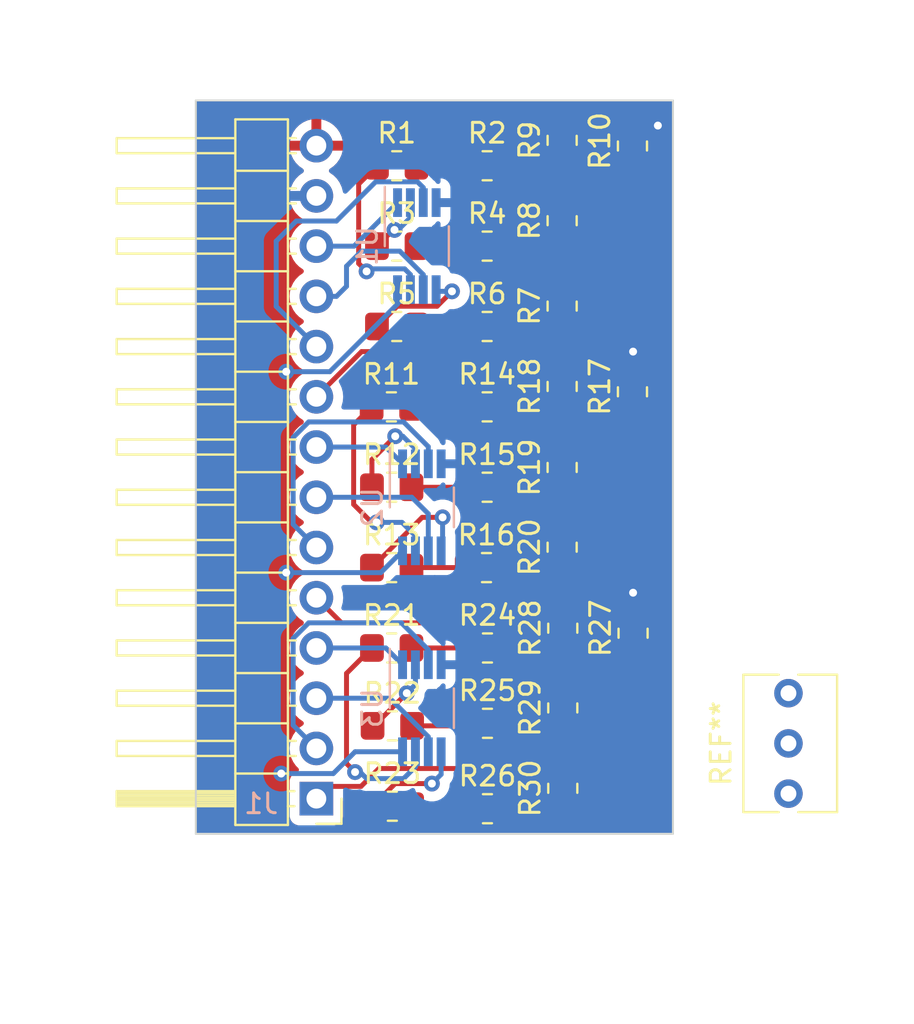
<source format=kicad_pcb>
(kicad_pcb (version 20221018) (generator pcbnew)
  (layers (0 "F.Cu" signal) (31 "B.Cu" signal) (34 "B.Paste" user) (35 "F.Paste" user) (36 "B.SilkS" user "B.Silkscreen") (37 "F.SilkS" user "F.Silkscreen") (38 "B.Mask" user) (39 "F.Mask" user) (44 "Edge.Cuts" user))
  (net 0 "")
  (net 1 "/Blue")
  (net 2 "/B2")
  (net 3 "/B1")
  (net 4 "/B0")
  (net 5 "/Green")
  (net 6 "/G2")
  (net 7 "/G1")
  (net 8 "/G0")
  (net 9 "/Red")
  (net 10 "/R2")
  (net 11 "/R1")
  (net 12 "/R0")
  (net 13 "GND")
  (net 14 "VCC")
  (net 15 "Net-(R1-Pad1)")
  (net 16 "Net-(R1-Pad2)")
  (net 17 "Net-(R2-Pad2)")
  (net 18 "Net-(R3-Pad1)")
  (net 19 "Net-(R3-Pad2)")
  (net 20 "Net-(R4-Pad2)")
  (net 21 "Net-(R5-Pad1)")
  (net 22 "Net-(R5-Pad2)")
  (net 23 "Net-(R10-Pad1)")
  (net 24 "Net-(R11-Pad1)")
  (net 25 "Net-(R11-Pad2)")
  (net 26 "Net-(R12-Pad1)")
  (net 27 "Net-(R12-Pad2)")
  (net 28 "Net-(R13-Pad1)")
  (net 29 "Net-(R13-Pad2)")
  (net 30 "Net-(R14-Pad2)")
  (net 31 "Net-(R15-Pad2)")
  (net 32 "Net-(R17-Pad1)")
  (net 33 "Net-(R21-Pad1)")
  (net 34 "Net-(R21-Pad2)")
  (net 35 "Net-(R22-Pad1)")
  (net 36 "Net-(R22-Pad2)")
  (net 37 "Net-(R23-Pad1)")
  (net 38 "Net-(R23-Pad2)")
  (net 39 "Net-(R24-Pad2)")
  (net 40 "Net-(R25-Pad2)")
  (net 41 "Net-(R27-Pad1)")
  (footprint "Resistor_SMD:R_0805_2012Metric_Pad1.20x1.40mm_HandSolder" (layer "F.Cu") (at 138.192 113.03)
    (fp_text reference "R25" (at 0 -1.65) (layer "F.SilkS"))
    (fp_text value "R")
    (fp_line (start -0.227064 -0.735) (end 0.227064 -0.735) (stroke (width 0.12)) (layer "F.SilkS"))
    (fp_line (start -0.227064 0.735) (end 0.227064 0.735) (stroke (width 0.12)) (layer "F.SilkS"))
    (pad "1" smd roundrect (at -1 0) (size 1.2 1.4) (layers "F.Cu" "F.Paste" "F.Mask") (roundrect_rratio 0.208333) (net 36 "Net-(R22-Pad2)"))
    (pad "2" smd roundrect (at 1 0) (size 1.2 1.4) (layers "F.Cu" "F.Paste" "F.Mask") (roundrect_rratio 0.208333) (net 40 "Net-(R25-Pad2)"))
  )
  (footprint "Resistor_SMD:R_0805_2012Metric_Pad1.20x1.40mm_HandSolder" (layer "F.Cu") (at 138.176 97.028)
    (fp_text reference "R14" (at 0 -1.65) (layer "F.SilkS"))
    (fp_text value "R")
    (fp_line (start -0.227064 -0.735) (end 0.227064 -0.735) (stroke (width 0.12)) (layer "F.SilkS"))
    (fp_line (start -0.227064 0.735) (end 0.227064 0.735) (stroke (width 0.12)) (layer "F.SilkS"))
    (pad "1" smd roundrect (at -1 0) (size 1.2 1.4) (layers "F.Cu" "F.Paste" "F.Mask") (roundrect_rratio 0.208333) (net 25 "Net-(R11-Pad2)"))
    (pad "2" smd roundrect (at 1 0) (size 1.2 1.4) (layers "F.Cu" "F.Paste" "F.Mask") (roundrect_rratio 0.208333) (net 30 "Net-(R14-Pad2)"))
  )
  (footprint "Resistor_SMD:R_0805_2012Metric_Pad1.20x1.40mm_HandSolder" (layer "F.Cu") (at 138.144 105.156)
    (fp_text reference "R16" (at 0 -1.65) (layer "F.SilkS"))
    (fp_text value "R")
    (fp_line (start -0.227064 -0.735) (end 0.227064 -0.735) (stroke (width 0.12)) (layer "F.SilkS"))
    (fp_line (start -0.227064 0.735) (end 0.227064 0.735) (stroke (width 0.12)) (layer "F.SilkS"))
    (pad "1" smd roundrect (at -1 0) (size 1.2 1.4) (layers "F.Cu" "F.Paste" "F.Mask") (roundrect_rratio 0.208333) (net 29 "Net-(R13-Pad2)"))
    (pad "2" smd roundrect (at 1 0) (size 1.2 1.4) (layers "F.Cu" "F.Paste" "F.Mask") (roundrect_rratio 0.208333) (net 5 "/Green"))
  )
  (footprint "Resistor_SMD:R_0805_2012Metric_Pad1.20x1.40mm_HandSolder" (layer "F.Cu") (at 142.002 116.316 90)
    (fp_text reference "R30" (at 0 -1.65 90) (layer "F.SilkS"))
    (fp_text value "R")
    (fp_line (start -0.227064 -0.735) (end 0.227064 -0.735) (stroke (width 0.12)) (layer "F.SilkS"))
    (fp_line (start -0.227064 0.735) (end 0.227064 0.735) (stroke (width 0.12)) (layer "F.SilkS"))
    (pad "1" smd roundrect (at -1 0 90) (size 1.2 1.4) (layers "F.Cu" "F.Paste" "F.Mask") (roundrect_rratio 0.208333) (net 1 "/Blue"))
    (pad "2" smd roundrect (at 1 0 90) (size 1.2 1.4) (layers "F.Cu" "F.Paste" "F.Mask") (roundrect_rratio 0.208333) (net 40 "Net-(R25-Pad2)"))
  )
  (footprint "Resistor_SMD:R_0805_2012Metric_Pad1.20x1.40mm_HandSolder" (layer "F.Cu") (at 133.604 84.836)
    (fp_text reference "R1" (at 0 -1.65) (layer "F.SilkS"))
    (fp_text value "R")
    (fp_line (start -0.227064 -0.735) (end 0.227064 -0.735) (stroke (width 0.12)) (layer "F.SilkS"))
    (fp_line (start -0.227064 0.735) (end 0.227064 0.735) (stroke (width 0.12)) (layer "F.SilkS"))
    (pad "1" smd roundrect (at -1 0) (size 1.2 1.4) (layers "F.Cu" "F.Paste" "F.Mask") (roundrect_rratio 0.208333) (net 15 "Net-(R1-Pad1)"))
    (pad "2" smd roundrect (at 1 0) (size 1.2 1.4) (layers "F.Cu" "F.Paste" "F.Mask") (roundrect_rratio 0.208333) (net 16 "Net-(R1-Pad2)"))
  )
  (footprint "Resistor_SMD:R_0805_2012Metric_Pad1.20x1.40mm_HandSolder" (layer "F.Cu") (at 138.176 84.836)
    (fp_text reference "R2" (at 0 -1.65) (layer "F.SilkS"))
    (fp_text value "R")
    (fp_line (start -0.227064 -0.735) (end 0.227064 -0.735) (stroke (width 0.12)) (layer "F.SilkS"))
    (fp_line (start -0.227064 0.735) (end 0.227064 0.735) (stroke (width 0.12)) (layer "F.SilkS"))
    (pad "1" smd roundrect (at -1 0) (size 1.2 1.4) (layers "F.Cu" "F.Paste" "F.Mask") (roundrect_rratio 0.208333) (net 16 "Net-(R1-Pad2)"))
    (pad "2" smd roundrect (at 1 0) (size 1.2 1.4) (layers "F.Cu" "F.Paste" "F.Mask") (roundrect_rratio 0.208333) (net 17 "Net-(R2-Pad2)"))
  )
  (footprint "Potentiometer_THT:Potentiometer_Bourns_3266Y_Vertical" (layer "F.Cu") (at 153.416 111.506 90)
    (fp_text reference "REF**" (at -2.54 -3.41 90) (layer "F.SilkS"))
    (fp_text value "Potentiometer_Bourns_3266Y_Vertical")
    (fp_line (start -6.015 -2.28) (end -6.015 -0.494) (stroke (width 0.12)) (layer "F.SilkS"))
    (fp_line (start -6.015 -2.28) (end 0.935 -2.28) (stroke (width 0.12)) (layer "F.SilkS"))
    (fp_line (start -6.015 0.496) (end -6.015 2.46) (stroke (width 0.12)) (layer "F.SilkS"))
    (fp_line (start -6.015 2.46) (end 0.935 2.46) (stroke (width 0.12)) (layer "F.SilkS"))
    (fp_line (start 0.935 -2.28) (end 0.935 -0.494) (stroke (width 0.12)) (layer "F.SilkS"))
    (fp_line (start 0.935 0.496) (end 0.935 2.46) (stroke (width 0.12)) (layer "F.SilkS"))
    (pad "1" thru_hole circle (at 0 0 90) (size 1.44 1.44) (drill 0.8) (layers "*.Cu" "*.Mask"))
    (pad "2" thru_hole circle (at -2.54 0 90) (size 1.44 1.44) (drill 0.8) (layers "*.Cu" "*.Mask"))
    (pad "3" thru_hole circle (at -5.08 0 90) (size 1.44 1.44) (drill 0.8) (layers "*.Cu" "*.Mask"))
  )
  (footprint "Resistor_SMD:R_0805_2012Metric_Pad1.20x1.40mm_HandSolder" (layer "F.Cu") (at 133.604 88.9)
    (fp_text reference "R3" (at 0 -1.65) (layer "F.SilkS"))
    (fp_text value "R")
    (fp_line (start -0.227064 -0.735) (end 0.227064 -0.735) (stroke (width 0.12)) (layer "F.SilkS"))
    (fp_line (start -0.227064 0.735) (end 0.227064 0.735) (stroke (width 0.12)) (layer "F.SilkS"))
    (pad "1" smd roundrect (at -1 0) (size 1.2 1.4) (layers "F.Cu" "F.Paste" "F.Mask") (roundrect_rratio 0.208333) (net 18 "Net-(R3-Pad1)"))
    (pad "2" smd roundrect (at 1 0) (size 1.2 1.4) (layers "F.Cu" "F.Paste" "F.Mask") (roundrect_rratio 0.208333) (net 19 "Net-(R3-Pad2)"))
  )
  (footprint "Resistor_SMD:R_0805_2012Metric_Pad1.20x1.40mm_HandSolder" (layer "F.Cu") (at 142.002 112.252 90)
    (fp_text reference "R29" (at 0 -1.65 90) (layer "F.SilkS"))
    (fp_text value "R")
    (fp_line (start -0.227064 -0.735) (end 0.227064 -0.735) (stroke (width 0.12)) (layer "F.SilkS"))
    (fp_line (start -0.227064 0.735) (end 0.227064 0.735) (stroke (width 0.12)) (layer "F.SilkS"))
    (pad "1" smd roundrect (at -1 0 90) (size 1.2 1.4) (layers "F.Cu" "F.Paste" "F.Mask") (roundrect_rratio 0.208333) (net 40 "Net-(R25-Pad2)"))
    (pad "2" smd roundrect (at 1 0 90) (size 1.2 1.4) (layers "F.Cu" "F.Paste" "F.Mask") (roundrect_rratio 0.208333) (net 39 "Net-(R24-Pad2)"))
  )
  (footprint "Resistor_SMD:R_0805_2012Metric_Pad1.20x1.40mm_HandSolder" (layer "F.Cu") (at 133.382 113.158)
    (fp_text reference "R22" (at 0 -1.65) (layer "F.SilkS"))
    (fp_text value "R")
    (fp_line (start -0.227064 -0.735) (end 0.227064 -0.735) (stroke (width 0.12)) (layer "F.SilkS"))
    (fp_line (start -0.227064 0.735) (end 0.227064 0.735) (stroke (width 0.12)) (layer "F.SilkS"))
    (pad "1" smd roundrect (at -1 0) (size 1.2 1.4) (layers "F.Cu" "F.Paste" "F.Mask") (roundrect_rratio 0.208333) (net 35 "Net-(R22-Pad1)"))
    (pad "2" smd roundrect (at 1 0) (size 1.2 1.4) (layers "F.Cu" "F.Paste" "F.Mask") (roundrect_rratio 0.208333) (net 36 "Net-(R22-Pad2)"))
  )
  (footprint "Resistor_SMD:R_0805_2012Metric_Pad1.20x1.40mm_HandSolder" (layer "F.Cu") (at 141.97 100.092 90)
    (fp_text reference "R19" (at 0 -1.65 90) (layer "F.SilkS"))
    (fp_text value "R")
    (fp_line (start -0.227064 -0.735) (end 0.227064 -0.735) (stroke (width 0.12)) (layer "F.SilkS"))
    (fp_line (start -0.227064 0.735) (end 0.227064 0.735) (stroke (width 0.12)) (layer "F.SilkS"))
    (pad "1" smd roundrect (at -1 0 90) (size 1.2 1.4) (layers "F.Cu" "F.Paste" "F.Mask") (roundrect_rratio 0.208333) (net 31 "Net-(R15-Pad2)"))
    (pad "2" smd roundrect (at 1 0 90) (size 1.2 1.4) (layers "F.Cu" "F.Paste" "F.Mask") (roundrect_rratio 0.208333) (net 30 "Net-(R14-Pad2)"))
  )
  (footprint "Resistor_SMD:R_0805_2012Metric_Pad1.20x1.40mm_HandSolder" (layer "F.Cu") (at 133.35 105.156)
    (fp_text reference "R13" (at 0 -1.65) (layer "F.SilkS"))
    (fp_text value "R")
    (fp_line (start -0.227064 -0.735) (end 0.227064 -0.735) (stroke (width 0.12)) (layer "F.SilkS"))
    (fp_line (start -0.227064 0.735) (end 0.227064 0.735) (stroke (width 0.12)) (layer "F.SilkS"))
    (pad "1" smd roundrect (at -1 0) (size 1.2 1.4) (layers "F.Cu" "F.Paste" "F.Mask") (roundrect_rratio 0.208333) (net 28 "Net-(R13-Pad1)"))
    (pad "2" smd roundrect (at 1 0) (size 1.2 1.4) (layers "F.Cu" "F.Paste" "F.Mask") (roundrect_rratio 0.208333) (net 29 "Net-(R13-Pad2)"))
  )
  (footprint "Resistor_SMD:R_0805_2012Metric_Pad1.20x1.40mm_HandSolder" (layer "F.Cu") (at 138.176 101.092)
    (fp_text reference "R15" (at 0 -1.65) (layer "F.SilkS"))
    (fp_text value "R")
    (fp_line (start -0.227064 -0.735) (end 0.227064 -0.735) (stroke (width 0.12)) (layer "F.SilkS"))
    (fp_line (start -0.227064 0.735) (end 0.227064 0.735) (stroke (width 0.12)) (layer "F.SilkS"))
    (pad "1" smd roundrect (at -1 0) (size 1.2 1.4) (layers "F.Cu" "F.Paste" "F.Mask") (roundrect_rratio 0.208333) (net 27 "Net-(R12-Pad2)"))
    (pad "2" smd roundrect (at 1 0) (size 1.2 1.4) (layers "F.Cu" "F.Paste" "F.Mask") (roundrect_rratio 0.208333) (net 31 "Net-(R15-Pad2)"))
  )
  (footprint "Resistor_SMD:R_0805_2012Metric_Pad1.20x1.40mm_HandSolder" (layer "F.Cu") (at 142.002 108.22 90)
    (fp_text reference "R28" (at 0 -1.65 90) (layer "F.SilkS"))
    (fp_text value "R")
    (fp_line (start -0.227064 -0.735) (end 0.227064 -0.735) (stroke (width 0.12)) (layer "F.SilkS"))
    (fp_line (start -0.227064 0.735) (end 0.227064 0.735) (stroke (width 0.12)) (layer "F.SilkS"))
    (pad "1" smd roundrect (at -1 0 90) (size 1.2 1.4) (layers "F.Cu" "F.Paste" "F.Mask") (roundrect_rratio 0.208333) (net 39 "Net-(R24-Pad2)"))
    (pad "2" smd roundrect (at 1 0 90) (size 1.2 1.4) (layers "F.Cu" "F.Paste" "F.Mask") (roundrect_rratio 0.208333) (net 41 "Net-(R27-Pad1)"))
  )
  (footprint "Resistor_SMD:R_0805_2012Metric_Pad1.20x1.40mm_HandSolder" (layer "F.Cu") (at 138.192 109.22)
    (fp_text reference "R24" (at 0 -1.65) (layer "F.SilkS"))
    (fp_text value "R")
    (fp_line (start -0.227064 -0.735) (end 0.227064 -0.735) (stroke (width 0.12)) (layer "F.SilkS"))
    (fp_line (start -0.227064 0.735) (end 0.227064 0.735) (stroke (width 0.12)) (layer "F.SilkS"))
    (pad "1" smd roundrect (at -1 0) (size 1.2 1.4) (layers "F.Cu" "F.Paste" "F.Mask") (roundrect_rratio 0.208333) (net 34 "Net-(R21-Pad2)"))
    (pad "2" smd roundrect (at 1 0) (size 1.2 1.4) (layers "F.Cu" "F.Paste" "F.Mask") (roundrect_rratio 0.208333) (net 39 "Net-(R24-Pad2)"))
  )
  (footprint "Resistor_SMD:R_0805_2012Metric_Pad1.20x1.40mm_HandSolder" (layer "F.Cu") (at 141.97 104.124 90)
    (fp_text reference "R20" (at 0 -1.65 90) (layer "F.SilkS"))
    (fp_text value "R")
    (fp_line (start -0.227064 -0.735) (end 0.227064 -0.735) (stroke (width 0.12)) (layer "F.SilkS"))
    (fp_line (start -0.227064 0.735) (end 0.227064 0.735) (stroke (width 0.12)) (layer "F.SilkS"))
    (pad "1" smd roundrect (at -1 0 90) (size 1.2 1.4) (layers "F.Cu" "F.Paste" "F.Mask") (roundrect_rratio 0.208333) (net 5 "/Green"))
    (pad "2" smd roundrect (at 1 0 90) (size 1.2 1.4) (layers "F.Cu" "F.Paste" "F.Mask") (roundrect_rratio 0.208333) (net 31 "Net-(R15-Pad2)"))
  )
  (footprint "Resistor_SMD:R_0805_2012Metric_Pad1.20x1.40mm_HandSolder" (layer "F.Cu") (at 138.176 88.9)
    (fp_text reference "R4" (at 0 -1.65) (layer "F.SilkS"))
    (fp_text value "R")
    (fp_line (start -0.227064 -0.735) (end 0.227064 -0.735) (stroke (width 0.12)) (layer "F.SilkS"))
    (fp_line (start -0.227064 0.735) (end 0.227064 0.735) (stroke (width 0.12)) (layer "F.SilkS"))
    (pad "1" smd roundrect (at -1 0) (size 1.2 1.4) (layers "F.Cu" "F.Paste" "F.Mask") (roundrect_rratio 0.208333) (net 19 "Net-(R3-Pad2)"))
    (pad "2" smd roundrect (at 1 0) (size 1.2 1.4) (layers "F.Cu" "F.Paste" "F.Mask") (roundrect_rratio 0.208333) (net 20 "Net-(R4-Pad2)"))
  )
  (footprint "Resistor_SMD:R_0805_2012Metric_Pad1.20x1.40mm_HandSolder" (layer "F.Cu") (at 141.97 91.932 90)
    (fp_text reference "R7" (at 0 -1.65 90) (layer "F.SilkS"))
    (fp_text value "R")
    (fp_line (start -0.227064 -0.735) (end 0.227064 -0.735) (stroke (width 0.12)) (layer "F.SilkS"))
    (fp_line (start -0.227064 0.735) (end 0.227064 0.735) (stroke (width 0.12)) (layer "F.SilkS"))
    (pad "1" smd roundrect (at -1 0 90) (size 1.2 1.4) (layers "F.Cu" "F.Paste" "F.Mask") (roundrect_rratio 0.208333) (net 9 "/Red"))
    (pad "2" smd roundrect (at 1 0 90) (size 1.2 1.4) (layers "F.Cu" "F.Paste" "F.Mask") (roundrect_rratio 0.208333) (net 20 "Net-(R4-Pad2)"))
  )
  (footprint "Resistor_SMD:R_0805_2012Metric_Pad1.20x1.40mm_HandSolder" (layer "F.Cu") (at 133.334 97.028)
    (fp_text reference "R11" (at 0 -1.65) (layer "F.SilkS"))
    (fp_text value "R")
    (fp_line (start -0.227064 -0.735) (end 0.227064 -0.735) (stroke (width 0.12)) (layer "F.SilkS"))
    (fp_line (start -0.227064 0.735) (end 0.227064 0.735) (stroke (width 0.12)) (layer "F.SilkS"))
    (pad "1" smd roundrect (at -1 0) (size 1.2 1.4) (layers "F.Cu" "F.Paste" "F.Mask") (roundrect_rratio 0.208333) (net 24 "Net-(R11-Pad1)"))
    (pad "2" smd roundrect (at 1 0) (size 1.2 1.4) (layers "F.Cu" "F.Paste" "F.Mask") (roundrect_rratio 0.208333) (net 25 "Net-(R11-Pad2)"))
  )
  (footprint "Resistor_SMD:R_0805_2012Metric_Pad1.20x1.40mm_HandSolder" (layer "F.Cu") (at 133.382 117.222)
    (fp_text reference "R23" (at 0 -1.65) (layer "F.SilkS"))
    (fp_text value "R")
    (fp_line (start -0.227064 -0.735) (end 0.227064 -0.735) (stroke (width 0.12)) (layer "F.SilkS"))
    (fp_line (start -0.227064 0.735) (end 0.227064 0.735) (stroke (width 0.12)) (layer "F.SilkS"))
    (pad "1" smd roundrect (at -1 0) (size 1.2 1.4) (layers "F.Cu" "F.Paste" "F.Mask") (roundrect_rratio 0.208333) (net 37 "Net-(R23-Pad1)"))
    (pad "2" smd roundrect (at 1 0) (size 1.2 1.4) (layers "F.Cu" "F.Paste" "F.Mask") (roundrect_rratio 0.208333) (net 38 "Net-(R23-Pad2)"))
  )
  (footprint "Resistor_SMD:R_0805_2012Metric_Pad1.20x1.40mm_HandSolder" (layer "F.Cu") (at 141.97 83.55 90)
    (fp_text reference "R9" (at 0 -1.65 90) (layer "F.SilkS"))
    (fp_text value "R")
    (fp_line (start -0.227064 -0.735) (end 0.227064 -0.735) (stroke (width 0.12)) (layer "F.SilkS"))
    (fp_line (start -0.227064 0.735) (end 0.227064 0.735) (stroke (width 0.12)) (layer "F.SilkS"))
    (pad "1" smd roundrect (at -1 0 90) (size 1.2 1.4) (layers "F.Cu" "F.Paste" "F.Mask") (roundrect_rratio 0.208333) (net 17 "Net-(R2-Pad2)"))
    (pad "2" smd roundrect (at 1 0 90) (size 1.2 1.4) (layers "F.Cu" "F.Paste" "F.Mask") (roundrect_rratio 0.208333) (net 23 "Net-(R10-Pad1)"))
  )
  (footprint "Resistor_SMD:R_0805_2012Metric_Pad1.20x1.40mm_HandSolder" (layer "F.Cu") (at 138.176 92.964)
    (fp_text reference "R6" (at 0 -1.65) (layer "F.SilkS"))
    (fp_text value "R")
    (fp_line (start -0.227064 -0.735) (end 0.227064 -0.735) (stroke (width 0.12)) (layer "F.SilkS"))
    (fp_line (start -0.227064 0.735) (end 0.227064 0.735) (stroke (width 0.12)) (layer "F.SilkS"))
    (pad "1" smd roundrect (at -1 0) (size 1.2 1.4) (layers "F.Cu" "F.Paste" "F.Mask") (roundrect_rratio 0.208333) (net 22 "Net-(R5-Pad2)"))
    (pad "2" smd roundrect (at 1 0) (size 1.2 1.4) (layers "F.Cu" "F.Paste" "F.Mask") (roundrect_rratio 0.208333) (net 9 "/Red"))
  )
  (footprint "Resistor_SMD:R_0805_2012Metric_Pad1.20x1.40mm_HandSolder" (layer "F.Cu") (at 138.192 117.348)
    (fp_text reference "R26" (at 0 -1.65) (layer "F.SilkS"))
    (fp_text value "R")
    (fp_line (start -0.227064 -0.735) (end 0.227064 -0.735) (stroke (width 0.12)) (layer "F.SilkS"))
    (fp_line (start -0.227064 0.735) (end 0.227064 0.735) (stroke (width 0.12)) (layer "F.SilkS"))
    (pad "1" smd roundrect (at -1 0) (size 1.2 1.4) (layers "F.Cu" "F.Paste" "F.Mask") (roundrect_rratio 0.208333) (net 38 "Net-(R23-Pad2)"))
    (pad "2" smd roundrect (at 1 0) (size 1.2 1.4) (layers "F.Cu" "F.Paste" "F.Mask") (roundrect_rratio 0.208333) (net 1 "/Blue"))
  )
  (footprint "Resistor_SMD:R_0805_2012Metric_Pad1.20x1.40mm_HandSolder" (layer "F.Cu") (at 145.526 83.836 90)
    (fp_text reference "R10" (at 0.254 -1.65 90) (layer "F.SilkS"))
    (fp_text value "R")
    (fp_line (start -0.227064 -0.735) (end 0.227064 -0.735) (stroke (width 0.12)) (layer "F.SilkS"))
    (fp_line (start -0.227064 0.735) (end 0.227064 0.735) (stroke (width 0.12)) (layer "F.SilkS"))
    (pad "1" smd roundrect (at -1 0 90) (size 1.2 1.4) (layers "F.Cu" "F.Paste" "F.Mask") (roundrect_rratio 0.208333) (net 23 "Net-(R10-Pad1)"))
    (pad "2" smd roundrect (at 1 0 90) (size 1.2 1.4) (layers "F.Cu" "F.Paste" "F.Mask") (roundrect_rratio 0.208333) (net 13 "GND"))
  )
  (footprint "Resistor_SMD:R_0805_2012Metric_Pad1.20x1.40mm_HandSolder" (layer "F.Cu") (at 145.526 96.266 90)
    (fp_text reference "R17" (at 0.254 -1.65 90) (layer "F.SilkS"))
    (fp_text value "R")
    (fp_line (start -0.227064 -0.735) (end 0.227064 -0.735) (stroke (width 0.12)) (layer "F.SilkS"))
    (fp_line (start -0.227064 0.735) (end 0.227064 0.735) (stroke (width 0.12)) (layer "F.SilkS"))
    (pad "1" smd roundrect (at -1 0 90) (size 1.2 1.4) (layers "F.Cu" "F.Paste" "F.Mask") (roundrect_rratio 0.208333) (net 32 "Net-(R17-Pad1)"))
    (pad "2" smd roundrect (at 1 0 90) (size 1.2 1.4) (layers "F.Cu" "F.Paste" "F.Mask") (roundrect_rratio 0.208333) (net 13 "GND"))
  )
  (footprint "Resistor_SMD:R_0805_2012Metric_Pad1.20x1.40mm_HandSolder" (layer "F.Cu") (at 133.35 109.22)
    (fp_text reference "R21" (at 0 -1.65) (layer "F.SilkS"))
    (fp_text value "R")
    (fp_line (start -0.227064 -0.735) (end 0.227064 -0.735) (stroke (width 0.12)) (layer "F.SilkS"))
    (fp_line (start -0.227064 0.735) (end 0.227064 0.735) (stroke (width 0.12)) (layer "F.SilkS"))
    (pad "1" smd roundrect (at -1 0) (size 1.2 1.4) (layers "F.Cu" "F.Paste" "F.Mask") (roundrect_rratio 0.208333) (net 33 "Net-(R21-Pad1)"))
    (pad "2" smd roundrect (at 1 0) (size 1.2 1.4) (layers "F.Cu" "F.Paste" "F.Mask") (roundrect_rratio 0.208333) (net 34 "Net-(R21-Pad2)"))
  )
  (footprint "Resistor_SMD:R_0805_2012Metric_Pad1.20x1.40mm_HandSolder" (layer "F.Cu") (at 145.558 108.474 90)
    (fp_text reference "R27" (at 0.254 -1.65 90) (layer "F.SilkS"))
    (fp_text value "R")
    (fp_line (start -0.227064 -0.735) (end 0.227064 -0.735) (stroke (width 0.12)) (layer "F.SilkS"))
    (fp_line (start -0.227064 0.735) (end 0.227064 0.735) (stroke (width 0.12)) (layer "F.SilkS"))
    (pad "1" smd roundrect (at -1 0 90) (size 1.2 1.4) (layers "F.Cu" "F.Paste" "F.Mask") (roundrect_rratio 0.208333) (net 41 "Net-(R27-Pad1)"))
    (pad "2" smd roundrect (at 1 0 90) (size 1.2 1.4) (layers "F.Cu" "F.Paste" "F.Mask") (roundrect_rratio 0.208333) (net 13 "GND"))
  )
  (footprint "Resistor_SMD:R_0805_2012Metric_Pad1.20x1.40mm_HandSolder" (layer "F.Cu") (at 141.97 87.614 90)
    (fp_text reference "R8" (at 0 -1.65 90) (layer "F.SilkS"))
    (fp_text value "R")
    (fp_line (start -0.227064 -0.735) (end 0.227064 -0.735) (stroke (width 0.12)) (layer "F.SilkS"))
    (fp_line (start -0.227064 0.735) (end 0.227064 0.735) (stroke (width 0.12)) (layer "F.SilkS"))
    (pad "1" smd roundrect (at -1 0 90) (size 1.2 1.4) (layers "F.Cu" "F.Paste" "F.Mask") (roundrect_rratio 0.208333) (net 20 "Net-(R4-Pad2)"))
    (pad "2" smd roundrect (at 1 0 90) (size 1.2 1.4) (layers "F.Cu" "F.Paste" "F.Mask") (roundrect_rratio 0.208333) (net 17 "Net-(R2-Pad2)"))
  )
  (footprint "Resistor_SMD:R_0805_2012Metric_Pad1.20x1.40mm_HandSolder" (layer "F.Cu") (at 141.97 95.996 90)
    (fp_text reference "R18" (at 0 -1.65 90) (layer "F.SilkS"))
    (fp_text value "R")
    (fp_line (start -0.227064 -0.735) (end 0.227064 -0.735) (stroke (width 0.12)) (layer "F.SilkS"))
    (fp_line (start -0.227064 0.735) (end 0.227064 0.735) (stroke (width 0.12)) (layer "F.SilkS"))
    (pad "1" smd roundrect (at -1 0 90) (size 1.2 1.4) (layers "F.Cu" "F.Paste" "F.Mask") (roundrect_rratio 0.208333) (net 30 "Net-(R14-Pad2)"))
    (pad "2" smd roundrect (at 1 0 90) (size 1.2 1.4) (layers "F.Cu" "F.Paste" "F.Mask") (roundrect_rratio 0.208333) (net 32 "Net-(R17-Pad1)"))
  )
  (footprint "Resistor_SMD:R_0805_2012Metric_Pad1.20x1.40mm_HandSolder" (layer "F.Cu") (at 133.604 92.964)
    (fp_text reference "R5" (at 0 -1.65) (layer "F.SilkS"))
    (fp_text value "R")
    (fp_line (start -0.227064 -0.735) (end 0.227064 -0.735) (stroke (width 0.12)) (layer "F.SilkS"))
    (fp_line (start -0.227064 0.735) (end 0.227064 0.735) (stroke (width 0.12)) (layer "F.SilkS"))
    (pad "1" smd roundrect (at -1 0) (size 1.2 1.4) (layers "F.Cu" "F.Paste" "F.Mask") (roundrect_rratio 0.208333) (net 21 "Net-(R5-Pad1)"))
    (pad "2" smd roundrect (at 1 0) (size 1.2 1.4) (layers "F.Cu" "F.Paste" "F.Mask") (roundrect_rratio 0.208333) (net 22 "Net-(R5-Pad2)"))
  )
  (footprint "Connector_PinHeader_2.54mm:PinHeader_1x14_P2.54mm_Horizontal" (layer "F.Cu") (at 129.54 116.84 180)
    (fp_text reference "J1" (at 2.794 -0.254) (layer "B.SilkS") (effects (justify mirror)))
    (fp_text value "Conn_01x14")
    (fp_line (start -1.27 -1.27) (end 0 -1.27) (stroke (width 0.12)) (layer "F.SilkS"))
    (fp_line (start -1.27 0) (end -1.27 -1.27) (stroke (width 0.12)) (layer "F.SilkS"))
    (fp_line (start 1.042929 2.16) (end 1.44 2.16) (stroke (width 0.12)) (layer "F.SilkS"))
    (fp_line (start 1.042929 2.92) (end 1.44 2.92) (stroke (width 0.12)) (layer "F.SilkS"))
    (fp_line (start 1.042929 4.7) (end 1.44 4.7) (stroke (width 0.12)) (layer "F.SilkS"))
    (fp_line (start 1.042929 5.46) (end 1.44 5.46) (stroke (width 0.12)) (layer "F.SilkS"))
    (fp_line (start 1.042929 7.24) (end 1.44 7.24) (stroke (width 0.12)) (layer "F.SilkS"))
    (fp_line (start 1.042929 8) (end 1.44 8) (stroke (width 0.12)) (layer "F.SilkS"))
    (fp_line (start 1.042929 9.78) (end 1.44 9.78) (stroke (width 0.12)) (layer "F.SilkS"))
    (fp_line (start 1.042929 10.54) (end 1.44 10.54) (stroke (width 0.12)) (layer "F.SilkS"))
    (fp_line (start 1.042929 12.32) (end 1.44 12.32) (stroke (width 0.12)) (layer "F.SilkS"))
    (fp_line (start 1.042929 13.08) (end 1.44 13.08) (stroke (width 0.12)) (layer "F.SilkS"))
    (fp_line (start 1.042929 14.86) (end 1.44 14.86) (stroke (width 0.12)) (layer "F.SilkS"))
    (fp_line (start 1.042929 15.62) (end 1.44 15.62) (stroke (width 0.12)) (layer "F.SilkS"))
    (fp_line (start 1.042929 17.4) (end 1.44 17.4) (stroke (width 0.12)) (layer "F.SilkS"))
    (fp_line (start 1.042929 18.16) (end 1.44 18.16) (stroke (width 0.12)) (layer "F.SilkS"))
    (fp_line (start 1.042929 19.94) (end 1.44 19.94) (stroke (width 0.12)) (layer "F.SilkS"))
    (fp_line (start 1.042929 20.7) (end 1.44 20.7) (stroke (width 0.12)) (layer "F.SilkS"))
    (fp_line (start 1.042929 22.48) (end 1.44 22.48) (stroke (width 0.12)) (layer "F.SilkS"))
    (fp_line (start 1.042929 23.24) (end 1.44 23.24) (stroke (width 0.12)) (layer "F.SilkS"))
    (fp_line (start 1.042929 25.02) (end 1.44 25.02) (stroke (width 0.12)) (layer "F.SilkS"))
    (fp_line (start 1.042929 25.78) (end 1.44 25.78) (stroke (width 0.12)) (layer "F.SilkS"))
    (fp_line (start 1.042929 27.56) (end 1.44 27.56) (stroke (width 0.12)) (layer "F.SilkS"))
    (fp_line (start 1.042929 28.32) (end 1.44 28.32) (stroke (width 0.12)) (layer "F.SilkS"))
    (fp_line (start 1.042929 30.1) (end 1.44 30.1) (stroke (width 0.12)) (layer "F.SilkS"))
    (fp_line (start 1.042929 30.86) (end 1.44 30.86) (stroke (width 0.12)) (layer "F.SilkS"))
    (fp_line (start 1.042929 32.64) (end 1.44 32.64) (stroke (width 0.12)) (layer "F.SilkS"))
    (fp_line (start 1.042929 33.4) (end 1.44 33.4) (stroke (width 0.12)) (layer "F.SilkS"))
    (fp_line (start 1.11 -0.38) (end 1.44 -0.38) (stroke (width 0.12)) (layer "F.SilkS"))
    (fp_line (start 1.11 0.38) (end 1.44 0.38) (stroke (width 0.12)) (layer "F.SilkS"))
    (fp_line (start 1.44 -1.33) (end 1.44 34.35) (stroke (width 0.12)) (layer "F.SilkS"))
    (fp_line (start 1.44 1.27) (end 4.1 1.27) (stroke (width 0.12)) (layer "F.SilkS"))
    (fp_line (start 1.44 3.81) (end 4.1 3.81) (stroke (width 0.12)) (layer "F.SilkS"))
    (fp_line (start 1.44 6.35) (end 4.1 6.35) (stroke (width 0.12)) (layer "F.SilkS"))
    (fp_line (start 1.44 8.89) (end 4.1 8.89) (stroke (width 0.12)) (layer "F.SilkS"))
    (fp_line (start 1.44 11.43) (end 4.1 11.43) (stroke (width 0.12)) (layer "F.SilkS"))
    (fp_line (start 1.44 13.97) (end 4.1 13.97) (stroke (width 0.12)) (layer "F.SilkS"))
    (fp_line (start 1.44 16.51) (end 4.1 16.51) (stroke (width 0.12)) (layer "F.SilkS"))
    (fp_line (start 1.44 19.05) (end 4.1 19.05) (stroke (width 0.12)) (layer "F.SilkS"))
    (fp_line (start 1.44 21.59) (end 4.1 21.59) (stroke (width 0.12)) (layer "F.SilkS"))
    (fp_line (start 1.44 24.13) (end 4.1 24.13) (stroke (width 0.12)) (layer "F.SilkS"))
    (fp_line (start 1.44 26.67) (end 4.1 26.67) (stroke (width 0.12)) (layer "F.SilkS"))
    (fp_line (start 1.44 29.21) (end 4.1 29.21) (stroke (width 0.12)) (layer "F.SilkS"))
    (fp_line (start 1.44 31.75) (end 4.1 31.75) (stroke (width 0.12)) (layer "F.SilkS"))
    (fp_line (start 1.44 34.35) (end 4.1 34.35) (stroke (width 0.12)) (layer "F.SilkS"))
    (fp_line (start 4.1 -1.33) (end 1.44 -1.33) (stroke (width 0.12)) (layer "F.SilkS"))
    (fp_line (start 4.1 -0.38) (end 10.1 -0.38) (stroke (width 0.12)) (layer "F.SilkS"))
    (fp_line (start 4.1 -0.32) (end 10.1 -0.32) (stroke (width 0.12)) (layer "F.SilkS"))
    (fp_line (start 4.1 -0.2) (end 10.1 -0.2) (stroke (width 0.12)) (layer "F.SilkS"))
    (fp_line (start 4.1 -0.08) (end 10.1 -0.08) (stroke (width 0.12)) (layer "F.SilkS"))
    (fp_line (start 4.1 0.04) (end 10.1 0.04) (stroke (width 0.12)) (layer "F.SilkS"))
    (fp_line (start 4.1 0.16) (end 10.1 0.16) (stroke (width 0.12)) (layer "F.SilkS"))
    (fp_line (start 4.1 0.28) (end 10.1 0.28) (stroke (width 0.12)) (layer "F.SilkS"))
    (fp_line (start 4.1 2.16) (end 10.1 2.16) (stroke (width 0.12)) (layer "F.SilkS"))
    (fp_line (start 4.1 4.7) (end 10.1 4.7) (stroke (width 0.12)) (layer "F.SilkS"))
    (fp_line (start 4.1 7.24) (end 10.1 7.24) (stroke (width 0.12)) (layer "F.SilkS"))
    (fp_line (start 4.1 9.78) (end 10.1 9.78) (stroke (width 0.12)) (layer "F.SilkS"))
    (fp_line (start 4.1 12.32) (end 10.1 12.32) (stroke (width 0.12)) (layer "F.SilkS"))
    (fp_line (start 4.1 14.86) (end 10.1 14.86) (stroke (width 0.12)) (layer "F.SilkS"))
    (fp_line (start 4.1 17.4) (end 10.1 17.4) (stroke (width 0.12)) (layer "F.SilkS"))
    (fp_line (start 4.1 19.94) (end 10.1 19.94) (stroke (width 0.12)) (layer "F.SilkS"))
    (fp_line (start 4.1 22.48) (end 10.1 22.48) (stroke (width 0.12)) (layer "F.SilkS"))
    (fp_line (start 4.1 25.02) (end 10.1 25.02) (stroke (width 0.12)) (layer "F.SilkS"))
    (fp_line (start 4.1 27.56) (end 10.1 27.56) (stroke (width 0.12)) (layer "F.SilkS"))
    (fp_line (start 4.1 30.1) (end 10.1 30.1) (stroke (width 0.12)) (layer "F.SilkS"))
    (fp_line (start 4.1 32.64) (end 10.1 32.64) (stroke (width 0.12)) (layer "F.SilkS"))
    (fp_line (start 4.1 34.35) (end 4.1 -1.33) (stroke (width 0.12)) (layer "F.SilkS"))
    (fp_line (start 10.1 -0.38) (end 10.1 0.38) (stroke (width 0.12)) (layer "F.SilkS"))
    (fp_line (start 10.1 0.38) (end 4.1 0.38) (stroke (width 0.12)) (layer "F.SilkS"))
    (fp_line (start 10.1 2.16) (end 10.1 2.92) (stroke (width 0.12)) (layer "F.SilkS"))
    (fp_line (start 10.1 2.92) (end 4.1 2.92) (stroke (width 0.12)) (layer "F.SilkS"))
    (fp_line (start 10.1 4.7) (end 10.1 5.46) (stroke (width 0.12)) (layer "F.SilkS"))
    (fp_line (start 10.1 5.46) (end 4.1 5.46) (stroke (width 0.12)) (layer "F.SilkS"))
    (fp_line (start 10.1 7.24) (end 10.1 8) (stroke (width 0.12)) (layer "F.SilkS"))
    (fp_line (start 10.1 8) (end 4.1 8) (stroke (width 0.12)) (layer "F.SilkS"))
    (fp_line (start 10.1 9.78) (end 10.1 10.54) (stroke (width 0.12)) (layer "F.SilkS"))
    (fp_line (start 10.1 10.54) (end 4.1 10.54) (stroke (width 0.12)) (layer "F.SilkS"))
    (fp_line (start 10.1 12.32) (end 10.1 13.08) (stroke (width 0.12)) (layer "F.SilkS"))
    (fp_line (start 10.1 13.08) (end 4.1 13.08) (stroke (width 0.12)) (layer "F.SilkS"))
    (fp_line (start 10.1 14.86) (end 10.1 15.62) (stroke (width 0.12)) (layer "F.SilkS"))
    (fp_line (start 10.1 15.62) (end 4.1 15.62) (stroke (width 0.12)) (layer "F.SilkS"))
    (fp_line (start 10.1 17.4) (end 10.1 18.16) (stroke (width 0.12)) (layer "F.SilkS"))
    (fp_line (start 10.1 18.16) (end 4.1 18.16) (stroke (width 0.12)) (layer "F.SilkS"))
    (fp_line (start 10.1 19.94) (end 10.1 20.7) (stroke (width 0.12)) (layer "F.SilkS"))
    (fp_line (start 10.1 20.7) (end 4.1 20.7) (stroke (width 0.12)) (layer "F.SilkS"))
    (fp_line (start 10.1 22.48) (end 10.1 23.24) (stroke (width 0.12)) (layer "F.SilkS"))
    (fp_line (start 10.1 23.24) (end 4.1 23.24) (stroke (width 0.12)) (layer "F.SilkS"))
    (fp_line (start 10.1 25.02) (end 10.1 25.78) (stroke (width 0.12)) (layer "F.SilkS"))
    (fp_line (start 10.1 25.78) (end 4.1 25.78) (stroke (width 0.12)) (layer "F.SilkS"))
    (fp_line (start 10.1 27.56) (end 10.1 28.32) (stroke (width 0.12)) (layer "F.SilkS"))
    (fp_line (start 10.1 28.32) (end 4.1 28.32) (stroke (width 0.12)) (layer "F.SilkS"))
    (fp_line (start 10.1 30.1) (end 10.1 30.86) (stroke (width 0.12)) (layer "F.SilkS"))
    (fp_line (start 10.1 30.86) (end 4.1 30.86) (stroke (width 0.12)) (layer "F.SilkS"))
    (fp_line (start 10.1 32.64) (end 10.1 33.4) (stroke (width 0.12)) (layer "F.SilkS"))
    (fp_line (start 10.1 33.4) (end 4.1 33.4) (stroke (width 0.12)) (layer "F.SilkS"))
    (pad "1" thru_hole rect (at 0 0 180) (size 1.7 1.7) (drill 1) (layers "*.Cu" "*.Mask") (net 1 "/Blue"))
    (pad "2" thru_hole oval (at 0 2.54 180) (size 1.7 1.7) (drill 1) (layers "*.Cu" "*.Mask") (net 2 "/B2"))
    (pad "3" thru_hole oval (at 0 5.08 180) (size 1.7 1.7) (drill 1) (layers "*.Cu" "*.Mask") (net 3 "/B1"))
    (pad "4" thru_hole oval (at 0 7.62 180) (size 1.7 1.7) (drill 1) (layers "*.Cu" "*.Mask") (net 4 "/B0"))
    (pad "5" thru_hole oval (at 0 10.16 180) (size 1.7 1.7) (drill 1) (layers "*.Cu" "*.Mask") (net 5 "/Green"))
    (pad "6" thru_hole oval (at 0 12.7 180) (size 1.7 1.7) (drill 1) (layers "*.Cu" "*.Mask") (net 6 "/G2"))
    (pad "7" thru_hole oval (at 0 15.24 180) (size 1.7 1.7) (drill 1) (layers "*.Cu" "*.Mask") (net 7 "/G1"))
    (pad "8" thru_hole oval (at 0 17.78 180) (size 1.7 1.7) (drill 1) (layers "*.Cu" "*.Mask") (net 8 "/G0"))
    (pad "9" thru_hole oval (at 0 20.32 180) (size 1.7 1.7) (drill 1) (layers "*.Cu" "*.Mask") (net 9 "/Red"))
    (pad "10" thru_hole oval (at 0 22.86 180) (size 1.7 1.7) (drill 1) (layers "*.Cu" "*.Mask") (net 10 "/R2"))
    (pad "11" thru_hole oval (at 0 25.4 180) (size 1.7 1.7) (drill 1) (layers "*.Cu" "*.Mask") (net 11 "/R1"))
    (pad "12" thru_hole oval (at 0 27.94 180) (size 1.7 1.7) (drill 1) (layers "*.Cu" "*.Mask") (net 12 "/R0"))
    (pad "13" thru_hole oval (at 0 30.48 180) (size 1.7 1.7) (drill 1) (layers "*.Cu" "*.Mask") (net 13 "GND"))
    (pad "14" thru_hole oval (at 0 33.02 180) (size 1.7 1.7) (drill 1) (layers "*.Cu" "*.Mask") (net 14 "VCC"))
  )
  (footprint "Resistor_SMD:R_0805_2012Metric_Pad1.20x1.40mm_HandSolder" (layer "F.Cu") (at 133.35 101.092)
    (fp_text reference "R12" (at 0 -1.65) (layer "F.SilkS"))
    (fp_text value "R")
    (fp_line (start -0.227064 -0.735) (end 0.227064 -0.735) (stroke (width 0.12)) (layer "F.SilkS"))
    (fp_line (start -0.227064 0.735) (end 0.227064 0.735) (stroke (width 0.12)) (layer "F.SilkS"))
    (pad "1" smd roundrect (at -1 0) (size 1.2 1.4) (layers "F.Cu" "F.Paste" "F.Mask") (roundrect_rratio 0.208333) (net 26 "Net-(R12-Pad1)"))
    (pad "2" smd roundrect (at 1 0) (size 1.2 1.4) (layers "F.Cu" "F.Paste" "F.Mask") (roundrect_rratio 0.208333) (net 27 "Net-(R12-Pad2)"))
  )
  (footprint "Package_SO:VSSOP-8_3.0x3.0mm_P0.65mm" (layer "B.Cu") (at 134.874 112.268 -90)
    (fp_text reference "U3" (at 0 2.5 90) (layer "B.SilkS") (effects (justify mirror)))
    (fp_text value "74LVC3G17")
    (fp_line (start 0 1.62) (end -3 1.62) (stroke (width 0.12)) (layer "B.SilkS"))
    (fp_line (start 1 -1.62) (end -1 -1.62) (stroke (width 0.12)) (layer "B.SilkS"))
    (pad "1" smd rect (at -2.2 0.975) (size 0.45 1.45) (layers "B.Cu" "B.Paste" "B.Mask") (net 4 "/B0"))
    (pad "2" smd rect (at -2.2 0.325) (size 0.45 1.45) (layers "B.Cu" "B.Paste" "B.Mask") (net 35 "Net-(R22-Pad1)"))
    (pad "3" smd rect (at -2.2 -0.325) (size 0.45 1.45) (layers "B.Cu" "B.Paste" "B.Mask") (net 2 "/B2"))
    (pad "4" smd rect (at -2.2 -0.975) (size 0.45 1.45) (layers "B.Cu" "B.Paste" "B.Mask") (net 13 "GND"))
    (pad "5" smd rect (at 2.2 -0.975) (size 0.45 1.45) (layers "B.Cu" "B.Paste" "B.Mask") (net 37 "Net-(R23-Pad1)"))
    (pad "6" smd rect (at 2.2 -0.325) (size 0.45 1.45) (layers "B.Cu" "B.Paste" "B.Mask") (net 3 "/B1"))
    (pad "7" smd rect (at 2.2 0.325) (size 0.45 1.45) (layers "B.Cu" "B.Paste" "B.Mask") (net 33 "Net-(R21-Pad1)"))
    (pad "8" smd rect (at 2.2 0.975) (size 0.45 1.45) (layers "B.Cu" "B.Paste" "B.Mask") (net 14 "VCC"))
  )
  (footprint "Package_SO:VSSOP-8_3.0x3.0mm_P0.65mm" (layer "B.Cu") (at 134.874 102.108 -90)
    (fp_text reference "U2" (at 0 2.5 90) (layer "B.SilkS") (effects (justify mirror)))
    (fp_text value "74LVC3G17")
    (fp_line (start 0 1.62) (end -3 1.62) (stroke (width 0.12)) (layer "B.SilkS"))
    (fp_line (start 1 -1.62) (end -1 -1.62) (stroke (width 0.12)) (layer "B.SilkS"))
    (pad "1" smd rect (at -2.2 0.975) (size 0.45 1.45) (layers "B.Cu" "B.Paste" "B.Mask") (net 8 "/G0"))
    (pad "2" smd rect (at -2.2 0.325) (size 0.45 1.45) (layers "B.Cu" "B.Paste" "B.Mask") (net 26 "Net-(R12-Pad1)"))
    (pad "3" smd rect (at -2.2 -0.325) (size 0.45 1.45) (layers "B.Cu" "B.Paste" "B.Mask") (net 6 "/G2"))
    (pad "4" smd rect (at -2.2 -0.975) (size 0.45 1.45) (layers "B.Cu" "B.Paste" "B.Mask") (net 13 "GND"))
    (pad "5" smd rect (at 2.2 -0.975) (size 0.45 1.45) (layers "B.Cu" "B.Paste" "B.Mask") (net 28 "Net-(R13-Pad1)"))
    (pad "6" smd rect (at 2.2 -0.325) (size 0.45 1.45) (layers "B.Cu" "B.Paste" "B.Mask") (net 7 "/G1"))
    (pad "7" smd rect (at 2.2 0.325) (size 0.45 1.45) (layers "B.Cu" "B.Paste" "B.Mask") (net 24 "Net-(R11-Pad1)"))
    (pad "8" smd rect (at 2.2 0.975) (size 0.45 1.45) (layers "B.Cu" "B.Paste" "B.Mask") (net 14 "VCC"))
  )
  (footprint "Package_SO:VSSOP-8_3.0x3.0mm_P0.65mm" (layer "B.Cu") (at 134.62 88.9 -90)
    (fp_text reference "U1" (at 0 2.5 90) (layer "B.SilkS") (effects (justify mirror)))
    (fp_text value "74LVC3G17")
    (fp_line (start 0 1.62) (end -3 1.62) (stroke (width 0.12)) (layer "B.SilkS"))
    (fp_line (start 1 -1.62) (end -1 -1.62) (stroke (width 0.12)) (layer "B.SilkS"))
    (pad "1" smd rect (at -2.2 0.975) (size 0.45 1.45) (layers "B.Cu" "B.Paste" "B.Mask") (net 12 "/R0"))
    (pad "2" smd rect (at -2.2 0.325) (size 0.45 1.45) (layers "B.Cu" "B.Paste" "B.Mask") (net 18 "Net-(R3-Pad1)"))
    (pad "3" smd rect (at -2.2 -0.325) (size 0.45 1.45) (layers "B.Cu" "B.Paste" "B.Mask") (net 10 "/R2"))
    (pad "4" smd rect (at -2.2 -0.975) (size 0.45 1.45) (layers "B.Cu" "B.Paste" "B.Mask") (net 13 "GND"))
    (pad "5" smd rect (at 2.2 -0.975) (size 0.45 1.45) (layers "B.Cu" "B.Paste" "B.Mask") (net 21 "Net-(R5-Pad1)"))
    (pad "6" smd rect (at 2.2 -0.325) (size 0.45 1.45) (layers "B.Cu" "B.Paste" "B.Mask") (net 11 "/R1"))
    (pad "7" smd rect (at 2.2 0.325) (size 0.45 1.45) (layers "B.Cu" "B.Paste" "B.Mask") (net 15 "Net-(R1-Pad1)"))
    (pad "8" smd rect (at 2.2 0.975) (size 0.45 1.45) (layers "B.Cu" "B.Paste" "B.Mask") (net 14 "VCC"))
  )
  (gr_line (start 147.574 118.618) (end 147.574 81.534) (stroke (width 0.1)) (layer "Edge.Cuts"))
  (gr_line (start 123.444 118.618) (end 147.574 118.618) (stroke (width 0.1)) (layer "Edge.Cuts"))
  (gr_line (start 147.574 81.534) (end 123.444 81.534) (stroke (width 0.1)) (layer "Edge.Cuts"))
  (gr_line (start 123.444 81.534) (end 123.444 118.618) (stroke (width 0.1)) (layer "Edge.Cuts"))
  (segment (start 141.97 117.348) (end 142.002 117.316) (width 0.25) (layer "F.Cu") (net 1))
  (segment (start 139.192 117.348) (end 137.16 115.316) (width 0.25) (layer "F.Cu") (net 1))
  (segment (start 131.797104 116.219799) (end 130.160201 116.219799) (width 0.25) (layer "F.Cu") (net 1))
  (segment (start 137.16 115.316) (end 132.700903 115.316) (width 0.25) (layer "F.Cu") (net 1))
  (segment (start 139.192 117.348) (end 141.97 117.348) (width 0.25) (layer "F.Cu") (net 1))
  (segment (start 132.700903 115.316) (end 131.797104 116.219799) (width 0.25) (layer "F.Cu") (net 1))
  (segment (start 130.160201 116.219799) (end 129.54 116.84) (width 0.25) (layer "F.Cu") (net 1))
  (segment (start 128.365 108.734946) (end 129.149946 107.95) (width 0.25) (layer "B.Cu") (net 2))
  (segment (start 133.84062 107.95) (end 135.199 109.30838) (width 0.25) (layer "B.Cu") (net 2))
  (segment (start 135.199 109.30838) (end 135.199 110.068) (width 0.25) (layer "B.Cu") (net 2))
  (segment (start 128.365 113.125) (end 128.365 108.734946) (width 0.25) (layer "B.Cu") (net 2))
  (segment (start 129.54 114.3) (end 128.365 113.125) (width 0.25) (layer "B.Cu") (net 2))
  (segment (start 129.149946 107.95) (end 133.84062 107.95) (width 0.25) (layer "B.Cu") (net 2))
  (segment (start 129.54 111.76) (end 133.25062 111.76) (width 0.25) (layer "B.Cu") (net 3))
  (segment (start 133.25062 111.76) (end 135.199 113.70838) (width 0.25) (layer "B.Cu") (net 3))
  (segment (start 135.199 113.70838) (end 135.199 114.468) (width 0.25) (layer "B.Cu") (net 3))
  (segment (start 133.051 109.22) (end 133.899 110.068) (width 0.25) (layer "B.Cu") (net 4))
  (segment (start 129.54 109.22) (end 133.051 109.22) (width 0.25) (layer "B.Cu") (net 4))
  (segment (start 141.938 105.156) (end 141.97 105.124) (width 0.25) (layer "F.Cu") (net 5))
  (segment (start 129.54 106.68) (end 130.81 107.95) (width 0.25) (layer "F.Cu") (net 5))
  (segment (start 130.81 107.95) (end 136.35 107.95) (width 0.25) (layer "F.Cu") (net 5))
  (segment (start 136.35 107.95) (end 139.144 105.156) (width 0.25) (layer "F.Cu") (net 5))
  (segment (start 139.144 105.156) (end 141.938 105.156) (width 0.25) (layer "F.Cu") (net 5))
  (segment (start 128.365 102.965) (end 128.365 98.574946) (width 0.25) (layer "B.Cu") (net 6))
  (segment (start 129.149946 97.79) (end 133.949513 97.79) (width 0.25) (layer "B.Cu") (net 6))
  (segment (start 135.199 99.039487) (end 135.199 99.908) (width 0.25) (layer "B.Cu") (net 6))
  (segment (start 128.365 98.574946) (end 129.149946 97.79) (width 0.25) (layer "B.Cu") (net 6))
  (segment (start 129.54 104.14) (end 128.365 102.965) (width 0.25) (layer "B.Cu") (net 6))
  (segment (start 133.949513 97.79) (end 135.199 99.039487) (width 0.25) (layer "B.Cu") (net 6))
  (segment (start 135.199 102.433) (end 135.199 104.308) (width 0.25) (layer "B.Cu") (net 7))
  (segment (start 129.54 101.6) (end 134.366 101.6) (width 0.25) (layer "B.Cu") (net 7))
  (segment (start 134.366 101.6) (end 135.199 102.433) (width 0.25) (layer "B.Cu") (net 7))
  (segment (start 133.051 99.06) (end 133.899 99.908) (width 0.25) (layer "B.Cu") (net 8))
  (segment (start 129.54 99.06) (end 133.051 99.06) (width 0.25) (layer "B.Cu") (net 8))
  (segment (start 131.826 94.234) (end 129.54 96.52) (width 0.25) (layer "F.Cu") (net 9))
  (segment (start 137.906 94.234) (end 131.826 94.234) (width 0.25) (layer "F.Cu") (net 9))
  (segment (start 139.176 92.964) (end 141.938 92.964) (width 0.25) (layer "F.Cu") (net 9))
  (segment (start 139.176 92.964) (end 137.906 94.234) (width 0.25) (layer "F.Cu") (net 9))
  (segment (start 141.938 92.964) (end 141.97 92.932) (width 0.25) (layer "F.Cu") (net 9))
  (segment (start 132.536 85.65) (end 134.65462 85.65) (width 0.25) (layer "B.Cu") (net 10))
  (segment (start 127.508 91.948) (end 127.508 88.646) (width 0.25) (layer "B.Cu") (net 10))
  (segment (start 127.508 88.646) (end 128.524 87.63) (width 0.25) (layer "B.Cu") (net 10))
  (segment (start 128.524 87.63) (end 130.556 87.63) (width 0.25) (layer "B.Cu") (net 10))
  (segment (start 129.54 93.98) (end 127.508 91.948) (width 0.25) (layer "B.Cu") (net 10))
  (segment (start 134.945 85.94038) (end 134.945 86.7) (width 0.25) (layer "B.Cu") (net 10))
  (segment (start 130.556 87.63) (end 132.536 85.65) (width 0.25) (layer "B.Cu") (net 10))
  (segment (start 134.65462 85.65) (end 134.945 85.94038) (width 0.25) (layer "B.Cu") (net 10))
  (segment (start 134.945 90.34038) (end 134.945 91.1) (width 0.25) (layer "B.Cu") (net 11))
  (segment (start 129.54 91.44) (end 130.556 91.44) (width 0.25) (layer "B.Cu") (net 11))
  (segment (start 131.064 89.916) (end 131.826 89.154) (width 0.25) (layer "B.Cu") (net 11))
  (segment (start 131.826 89.154) (end 133.75862 89.154) (width 0.25) (layer "B.Cu") (net 11))
  (segment (start 130.556 91.44) (end 131.064 90.932) (width 0.25) (layer "B.Cu") (net 11))
  (segment (start 131.064 90.932) (end 131.064 89.916) (width 0.25) (layer "B.Cu") (net 11))
  (segment (start 133.75862 89.154) (end 134.945 90.34038) (width 0.25) (layer "B.Cu") (net 11))
  (segment (start 131.445 88.9) (end 133.645 86.7) (width 0.25) (layer "B.Cu") (net 12))
  (segment (start 129.54 88.9) (end 131.445 88.9) (width 0.25) (layer "B.Cu") (net 12))
  (segment (start 145.526 95.266) (end 145.526 94.266) (width 0.25) (layer "F.Cu") (net 13))
  (segment (start 145.526 94.266) (end 145.558 94.234) (width 0.25) (layer "F.Cu") (net 13))
  (segment (start 145.526 82.836) (end 146.78 82.836) (width 0.25) (layer "F.Cu") (net 13))
  (segment (start 146.78 82.836) (end 146.812 82.804) (width 0.25) (layer "F.Cu") (net 13))
  (segment (start 145.558 107.474) (end 145.558 106.426) (width 0.25) (layer "F.Cu") (net 13))
  (via (at 146.812 82.804) (size 0.8) (drill 0.4) (layers "F.Cu" "B.Cu") (net 13))
  (via (at 145.558 106.426) (size 0.8) (drill 0.4) (layers "F.Cu" "B.Cu") (net 13))
  (via (at 145.558 94.234) (size 0.8) (drill 0.4) (layers "F.Cu" "B.Cu") (net 13))
  (via (at 127.762 115.57) (size 0.8) (drill 0.4) (layers "F.Cu" "B.Cu") (net 14))
  (via (at 128.016 105.41) (size 0.8) (drill 0.4) (layers "F.Cu" "B.Cu") (net 14))
  (via (at 128.016 95.25) (size 0.8) (drill 0.4) (layers "F.Cu" "B.Cu") (net 14))
  (segment (start 130.22 95.25) (end 128.016 95.25) (width 0.25) (layer "B.Cu") (net 14))
  (segment (start 133.899 104.308) (end 132.797 105.41) (width 0.25) (layer "B.Cu") (net 14))
  (segment (start 133.645 91.1) (end 133.645 91.825) (width 0.25) (layer "B.Cu") (net 14))
  (segment (start 132.797 105.41) (end 128.016 105.41) (width 0.25) (layer "B.Cu") (net 14))
  (segment (start 133.899 114.468) (end 131.499 114.468) (width 0.25) (layer "B.Cu") (net 14))
  (segment (start 131.499 114.468) (end 130.397 115.57) (width 0.25) (layer "B.Cu") (net 14))
  (segment (start 133.645 91.825) (end 130.22 95.25) (width 0.25) (layer "B.Cu") (net 14))
  (segment (start 130.397 115.57) (end 127.762 115.57) (width 0.25) (layer "B.Cu") (net 14))
  (segment (start 132.604 84.836) (end 131.679 85.761) (width 0.25) (layer "F.Cu") (net 15))
  (segment (start 131.679 85.761) (end 131.679 89.77693) (width 0.25) (layer "F.Cu") (net 15))
  (segment (start 131.679 89.77693) (end 132.078384 90.176314) (width 0.25) (layer "F.Cu") (net 15))
  (via (at 132.078384 90.176314) (size 0.8) (drill 0.4) (layers "F.Cu" "B.Cu") (net 15))
  (segment (start 134.295 90.34038) (end 134.295 91.1) (width 0.25) (layer "B.Cu") (net 15))
  (segment (start 132.078384 90.176314) (end 132.204698 90.05) (width 0.25) (layer "B.Cu") (net 15))
  (segment (start 132.204698 90.05) (end 134.00462 90.05) (width 0.25) (layer "B.Cu") (net 15))
  (segment (start 134.00462 90.05) (end 134.295 90.34038) (width 0.25) (layer "B.Cu") (net 15))
  (segment (start 134.604 84.836) (end 137.176 84.836) (width 0.25) (layer "F.Cu") (net 16))
  (segment (start 139.176 84.836) (end 141.684 84.836) (width 0.25) (layer "F.Cu") (net 17))
  (segment (start 141.97 84.55) (end 141.97 86.614) (width 0.25) (layer "F.Cu") (net 17))
  (segment (start 141.684 84.836) (end 141.97 84.55) (width 0.25) (layer "F.Cu") (net 17))
  (segment (start 133.424683 88.079317) (end 132.604 88.9) (width 0.25) (layer "F.Cu") (net 18))
  (segment (start 133.49033 88.079317) (end 133.424683 88.079317) (width 0.25) (layer "F.Cu") (net 18))
  (via (at 133.49033 88.079317) (size 0.8) (drill 0.4) (layers "F.Cu" "B.Cu") (net 18))
  (segment (start 134.295 87.45962) (end 133.675303 88.079317) (width 0.25) (layer "B.Cu") (net 18))
  (segment (start 134.295 86.7) (end 134.295 87.45962) (width 0.25) (layer "B.Cu") (net 18))
  (segment (start 133.675303 88.079317) (end 133.49033 88.079317) (width 0.25) (layer "B.Cu") (net 18))
  (segment (start 137.176 88.9) (end 134.604 88.9) (width 0.25) (layer "F.Cu") (net 19))
  (segment (start 141.97 88.614) (end 139.462 88.614) (width 0.25) (layer "F.Cu") (net 20))
  (segment (start 139.462 88.614) (end 139.176 88.9) (width 0.25) (layer "F.Cu") (net 20))
  (segment (start 141.97 90.932) (end 141.97 88.614) (width 0.25) (layer "F.Cu") (net 20))
  (segment (start 132.604 92.964) (end 133.629 91.939) (width 0.25) (layer "F.Cu") (net 21))
  (segment (start 133.629 91.939) (end 135.645 91.939) (width 0.25) (layer "F.Cu") (net 21))
  (segment (start 135.645 91.939) (end 136.398 91.186) (width 0.25) (layer "F.Cu") (net 21))
  (via (at 136.398 91.186) (size 0.8) (drill 0.4) (layers "F.Cu" "B.Cu") (net 21))
  (segment (start 136.398 91.186) (end 135.681 91.186) (width 0.25) (layer "B.Cu") (net 21))
  (segment (start 135.681 91.186) (end 135.595 91.1) (width 0.25) (layer "B.Cu") (net 21))
  (segment (start 134.604 92.964) (end 137.176 92.964) (width 0.25) (layer "F.Cu") (net 22))
  (segment (start 143.24 82.55) (end 145.526 84.836) (width 0.25) (layer "F.Cu") (net 23))
  (segment (start 141.97 82.55) (end 143.24 82.55) (width 0.25) (layer "F.Cu") (net 23))
  (segment (start 131.425 97.937) (end 131.425 101.961) (width 0.25) (layer "F.Cu") (net 24))
  (segment (start 132.334 97.028) (end 131.425 97.937) (width 0.25) (layer "F.Cu") (net 24))
  (segment (start 132.334 102.87) (end 132.588 102.87) (width 0.25) (layer "F.Cu") (net 24))
  (segment (start 131.425 101.961) (end 132.334 102.87) (width 0.25) (layer "F.Cu") (net 24))
  (via (at 132.588 102.87) (size 0.8) (drill 0.4) (layers "F.Cu" "B.Cu") (net 24))
  (segment (start 134.549 103.54838) (end 134.549 104.308) (width 0.25) (layer "B.Cu") (net 24))
  (segment (start 133.87062 102.87) (end 134.549 103.54838) (width 0.25) (layer "B.Cu") (net 24))
  (segment (start 132.588 102.87) (end 133.87062 102.87) (width 0.25) (layer "B.Cu") (net 24))
  (segment (start 134.334 97.028) (end 137.176 97.028) (width 0.25) (layer "F.Cu") (net 25))
  (segment (start 132.35 99.691248) (end 133.527235 98.514013) (width 0.25) (layer "F.Cu") (net 26))
  (segment (start 132.35 101.092) (end 132.35 99.691248) (width 0.25) (layer "F.Cu") (net 26))
  (via (at 133.527235 98.514013) (size 0.8) (drill 0.4) (layers "F.Cu" "B.Cu") (net 26))
  (segment (start 134.549 99.14838) (end 134.549 99.908) (width 0.25) (layer "B.Cu") (net 26))
  (segment (start 133.914633 98.514013) (end 134.549 99.14838) (width 0.25) (layer "B.Cu") (net 26))
  (segment (start 133.527235 98.514013) (end 133.914633 98.514013) (width 0.25) (layer "B.Cu") (net 26))
  (segment (start 134.35 101.092) (end 137.176 101.092) (width 0.25) (layer "F.Cu") (net 27))
  (segment (start 134.89 102.616) (end 135.9235 102.616) (width 0.25) (layer "F.Cu") (net 28))
  (segment (start 132.35 105.156) (end 134.89 102.616) (width 0.25) (layer "F.Cu") (net 28))
  (via (at 135.9235 102.616) (size 0.8) (drill 0.4) (layers "F.Cu" "B.Cu") (net 28))
  (segment (start 135.9235 104.2335) (end 135.849 104.308) (width 0.25) (layer "B.Cu") (net 28))
  (segment (start 135.9235 102.616) (end 135.9235 104.2335) (width 0.25) (layer "B.Cu") (net 28))
  (segment (start 134.35 105.156) (end 137.144 105.156) (width 0.25) (layer "F.Cu") (net 29))
  (segment (start 141.97 99.092) (end 141.97 96.996) (width 0.25) (layer "F.Cu") (net 30))
  (segment (start 139.176 97.028) (end 141.938 97.028) (width 0.25) (layer "F.Cu") (net 30))
  (segment (start 141.938 97.028) (end 141.97 96.996) (width 0.25) (layer "F.Cu") (net 30))
  (segment (start 141.97 101.092) (end 139.176 101.092) (width 0.25) (layer "F.Cu") (net 31))
  (segment (start 141.97 101.092) (end 141.97 103.124) (width 0.25) (layer "F.Cu") (net 31))
  (segment (start 143.256 94.996) (end 145.526 97.266) (width 0.25) (layer "F.Cu") (net 32))
  (segment (start 141.97 94.996) (end 143.256 94.996) (width 0.25) (layer "F.Cu") (net 32))
  (segment (start 132.35 109.22) (end 131.064 110.506) (width 0.25) (layer "F.Cu") (net 33))
  (segment (start 131.064 110.506) (end 131.064 115.062) (width 0.25) (layer "F.Cu") (net 33))
  (segment (start 131.064 115.062) (end 131.496799 115.494799) (width 0.25) (layer "F.Cu") (net 33))
  (via (at 131.496799 115.494799) (size 0.8) (drill 0.4) (layers "F.Cu" "B.Cu") (net 33))
  (segment (start 132.08 115.824) (end 133.95262 115.824) (width 0.25) (layer "B.Cu") (net 33))
  (segment (start 133.95262 115.824) (end 134.549 115.22762) (width 0.25) (layer "B.Cu") (net 33))
  (segment (start 134.549 115.22762) (end 134.549 114.468) (width 0.25) (layer "B.Cu") (net 33))
  (segment (start 131.750799 115.494799) (end 132.08 115.824) (width 0.25) (layer "B.Cu") (net 33))
  (segment (start 131.496799 115.494799) (end 131.750799 115.494799) (width 0.25) (layer "B.Cu") (net 33))
  (segment (start 134.35 109.22) (end 137.192 109.22) (width 0.25) (layer "F.Cu") (net 34))
  (segment (start 132.382 113.158) (end 132.46 113.158) (width 0.25) (layer "F.Cu") (net 35))
  (segment (start 132.46 113.158) (end 134.112 111.506) (width 0.25) (layer "F.Cu") (net 35))
  (via (at 134.112 111.506) (size 0.8) (drill 0.4) (layers "F.Cu" "B.Cu") (net 35))
  (segment (start 134.112 111.506) (end 134.549 111.069) (width 0.25) (layer "B.Cu") (net 35))
  (segment (start 134.549 111.069) (end 134.549 110.068) (width 0.25) (layer "B.Cu") (net 35))
  (segment (start 134.382 113.158) (end 137.064 113.158) (width 0.25) (layer "F.Cu") (net 36))
  (segment (start 137.064 113.158) (end 137.192 113.03) (width 0.25) (layer "F.Cu") (net 36))
  (segment (start 133.526 116.078) (end 135.382 116.078) (width 0.25) (layer "F.Cu") (net 37))
  (segment (start 132.382 117.222) (end 133.526 116.078) (width 0.25) (layer "F.Cu") (net 37))
  (via (at 135.382 116.078) (size 0.8) (drill 0.4) (layers "F.Cu" "B.Cu") (net 37))
  (segment (start 135.382 116.078) (end 135.849 115.611) (width 0.25) (layer "B.Cu") (net 37))
  (segment (start 135.849 115.611) (end 135.849 114.468) (width 0.25) (layer "B.Cu") (net 37))
  (segment (start 137.066 117.222) (end 137.192 117.348) (width 0.25) (layer "F.Cu") (net 38))
  (segment (start 134.382 117.222) (end 137.066 117.222) (width 0.25) (layer "F.Cu") (net 38))
  (segment (start 139.192 109.22) (end 142.002 109.22) (width 0.25) (layer "F.Cu") (net 39))
  (segment (start 142.002 111.252) (end 142.002 109.22) (width 0.25) (layer "F.Cu") (net 39))
  (segment (start 142.002 115.316) (end 142.002 113.252) (width 0.25) (layer "F.Cu") (net 40))
  (segment (start 139.192 113.03) (end 141.78 113.03) (width 0.25) (layer "F.Cu") (net 40))
  (segment (start 141.78 113.03) (end 142.002 113.252) (width 0.25) (layer "F.Cu") (net 40))
  (segment (start 142.002 107.22) (end 143.304 107.22) (width 0.25) (layer "F.Cu") (net 41))
  (segment (start 143.304 107.22) (end 145.558 109.474) (width 0.25) (layer "F.Cu") (net 41))
  (zone (net 14) (net_name "VCC") (layer "F.Cu") (connect_pads (clearance 0.5)) (min_thickness 0.25) (fill yes (thermal_gap 0.5) (thermal_bridge_width 0.5))
    (polygon (pts (xy 113.538 123.952) (xy 159.766 123.952) (xy 159.766 76.708) (xy 113.538 76.708)))
  )
  (zone (net 13) (net_name "GND") (layer "B.Cu") (priority 1) (connect_pads (clearance 0.5)) (min_thickness 0.25) (fill yes (thermal_gap 0.5) (thermal_bridge_width 0.5))
    (polygon (pts (xy 159.512 124.206) (xy 159.766 76.708) (xy 113.538 76.454) (xy 113.538 123.952)))
  )
)
</source>
